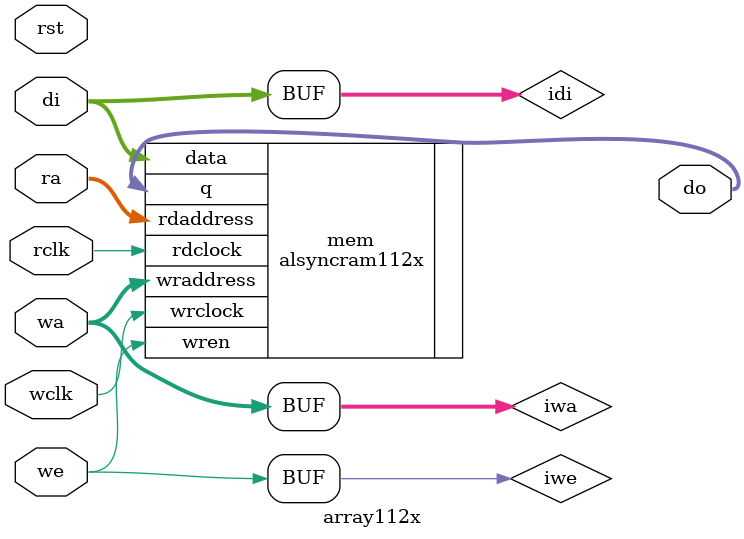
<source format=v>

(* keep_hierarchy = "yes" *) module array112x
    (
     rst,
     wclk,
     wa,
     we,
     di,
     rclk,
     ra,
     do
     );

////////////////////////////////////////////////////////////////////////////////
// Parameter declarations
parameter ADDRBIT = 5;
parameter DEPTH = 32;
parameter WIDTH = 32;
parameter TYPE = "AUTO";     //"M512" , "M4K", "M-RAM", "AUTO"
parameter MAXDEPTH = 0;
parameter MEM_RESET = "OFF";
parameter NUMCLK= 1;// 1 is one clock domain, 2 is two clock domain
parameter NCLK = 2;// 2: use ram2clk, 1: use ram 1clk + pp output  

////////////////////////////////////////////////////////////////////////////////
// Port declarations
input       rst;
input       wclk;
input [ADDRBIT-1:0] wa;     // @+clk
input            we;     // @+clk
input [WIDTH-1:0] di;     // @+clk
input             rclk;
input [ADDRBIT-1:0]  ra;     // @+clk
output [WIDTH-1:0] do;     // @+clk
reg [ADDRBIT-1:0]   cnt;
wire [ADDRBIT-1:0]  iwa;
wire                iwe;
wire [WIDTH-1:0]    idi;

generate
    if (MEM_RESET == "ON")
        begin: on_reset
always @(posedge wclk) cnt <= cnt + 1'b1;
assign iwa  = rst ? cnt : wa;
assign iwe  = rst ? 1'b1 : we;
assign idi  = rst ? {WIDTH{1'b0}} : di;
        end
    else
        begin: off_reset
assign iwa  = wa;
assign iwe  = we;
assign idi  = di;
        end
endgenerate

`ifdef  RTL_SIMULATION
wire [WIDTH-1:0] ido;     // @+clk
fflopx #(WIDTH) ppido (rclk,rst,ido,do);
wire   sameadd = (iwe & (iwa == ra));
wire   re = !sameadd;
iramrwpx #(ADDRBIT,DEPTH,WIDTH) array (wclk,iwa,iwe,idi,rclk,ra,re,ido,1'b0,1'b0);
`else
alsyncram112x #(ADDRBIT,DEPTH,WIDTH,TYPE,MAXDEPTH,NUMCLK,NCLK) mem
    (
    .data(idi),
    .wren(iwe),
    .wraddress(iwa),
    .rdaddress(ra),
    .wrclock(wclk),
    .rdclock(rclk),
    .q(do)
    );
`endif
endmodule 

</source>
